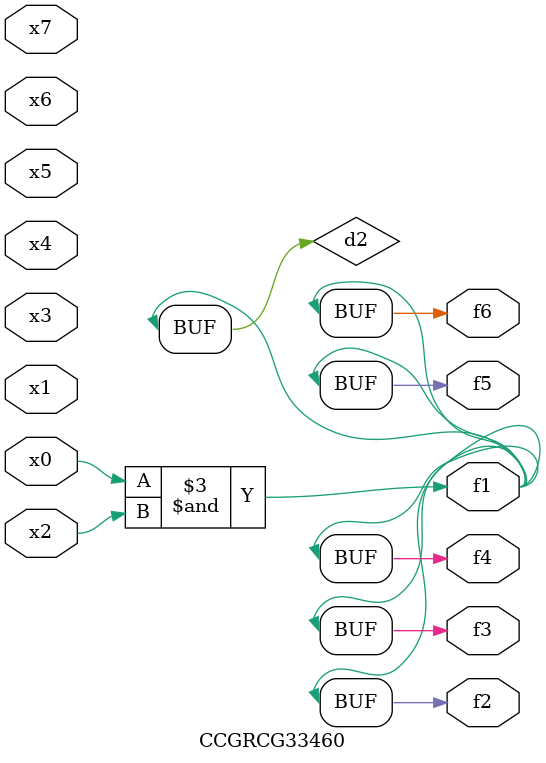
<source format=v>
module CCGRCG33460(
	input x0, x1, x2, x3, x4, x5, x6, x7,
	output f1, f2, f3, f4, f5, f6
);

	wire d1, d2;

	nor (d1, x3, x6);
	and (d2, x0, x2);
	assign f1 = d2;
	assign f2 = d2;
	assign f3 = d2;
	assign f4 = d2;
	assign f5 = d2;
	assign f6 = d2;
endmodule

</source>
